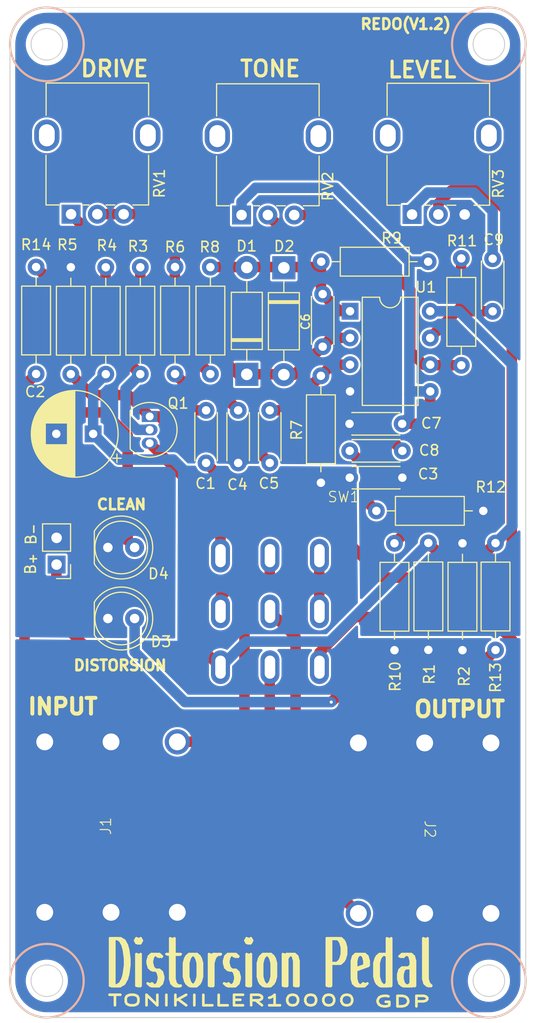
<source format=kicad_pcb>
(kicad_pcb (version 20240108) (generator "pcbnew") (generator_version "8.0")
  (layers (0 "F.Cu" signal) (31 "B.Cu" signal) (34 "B.Paste" user) (35 "F.Paste" user) (36 "B.SilkS" user "B.Silkscreen") (37 "F.SilkS" user "F.Silkscreen") (38 "B.Mask" user) (39 "F.Mask" user) (44 "Edge.Cuts" user))
  (net 0 "")
  (net 1 "GND")
  (net 2 "+9V")
  (net 3 "Net-(C1-Pad2)")
  (net 4 "CLEAN")
  (net 5 "+4.5V")
  (net 6 "Net-(C4-Pad1)")
  (net 7 "Net-(Q1-E)")
  (net 8 "Net-(U1A-+)")
  (net 9 "Net-(D1-A)")
  (net 10 "Net-(D1-K)")
  (net 11 "Net-(U1B-+)")
  (net 12 "Net-(C8-Pad2)")
  (net 13 "Net-(C8-Pad1)")
  (net 14 "Net-(C9-Pad1)")
  (net 15 "Net-(C9-Pad2)")
  (net 16 "Net-(D3-A)")
  (net 17 "Net-(Q1-B)")
  (net 18 "Net-(R8-Pad2)")
  (net 19 "Net-(U1B--)")
  (net 20 "INPUT")
  (net 21 "Net-(SW1-A-Pad3)")
  (net 22 "DISTORTED")
  (net 23 "OUTPUT")
  (net 24 "Net-(D4-A)")
  (net 25 "Net-(R14-Pad1)")
  (net 26 "/BATT")
  (footprint "Audio:FootSwitch" (layer "F.Cu") (at 164.48 86.28)
    (property "Reference" "SW1" (at 7 -10.875 0) (layer "F.SilkS") (effects (font (thickness 0.1))))
    (property "Value" "FootSwitch")
    (pad "1" thru_hole oval (at -4.7 -5.3) (size 1.8 3.2) (drill oval 1 2.2) (layers "*.Cu" "*.Mask") (net 4 "CLEAN"))
    (pad "2" thru_hole oval (at 0 -5.3) (size 1.8 3.2) (drill oval 1 2.2) (layers "*.Cu" "*.Mask") (net 20 "INPUT"))
    (pad "3" thru_hole oval (at 4.7 -5.3) (size 1.8 3.2) (drill oval 1 2.2) (layers "*.Cu" "*.Mask") (net 21 "Net-(SW1-A-Pad3)"))
    (pad "4" thru_hole oval (at -4.7 0) (size 1.8 3.2) (drill oval 1 2.2) (layers "*.Cu" "*.Mask") (net 22 "DISTORTED"))
    (pad "5" thru_hole oval (at 0 0) (size 1.8 3.2) (drill oval 1 2.2) (layers "*.Cu" "*.Mask") (net 23 "OUTPUT"))
    (pad "6" thru_hole oval (at 4.7 0) (size 1.8 3.2) (drill oval 1 2.2) (layers "*.Cu" "*.Mask") (net 21 "Net-(SW1-A-Pad3)"))
    (pad "7" thru_hole oval (at -4.7 5.3) (size 1.8 3.2) (drill oval 1 2.2) (layers "*.Cu" "*.Mask") (net 2 "+9V"))
    (pad "8" thru_hole oval (at 0 5.3) (size 1.8 3.2) (drill oval 1 2.2) (layers "*.Cu" "*.Mask") (net 26 "/BATT"))
    (pad "9" thru_hole oval (at 4.7 5.3) (size 1.8 3.2) (drill oval 1 2.2) (layers "*.Cu" "*.Mask") (net 25 "Net-(R14-Pad1)"))
  )
  (footprint "Capacitor_THT:C_Disc_D4.3mm_W1.9mm_P5.00mm" (layer "F.Cu") (at 169.49 61.12 90)
    (property "Reference" "C6" (at 2.37 -1.63 90) (layer "F.SilkS") (effects (font (size 0.8 0.8))))
    (property "Value" "51pF")
    (pad "1" thru_hole circle (at 0 0 90) (size 1.6 1.6) (drill 0.8) (layers "*.Cu" "*.Mask") (net 10 "Net-(D1-K)"))
    (pad "2" thru_hole circle (at 5 0 90) (size 1.6 1.6) (drill 0.8) (layers "*.Cu" "*.Mask") (net 9 "Net-(D1-A)"))
  )
  (footprint "Capacitor_THT:CP_Radial_D8.0mm_P3.50mm" (layer "F.Cu") (at 147.68 69.405 180)
    (property "Reference" "C2" (at 5.5 4 360) (layer "F.SilkS"))
    (property "Value" "1uF")
    (pad "1" thru_hole rect (at 0 0 180) (size 1.6 1.6) (drill 0.8) (layers "*.Cu" "*.Mask") (net 5 "+4.5V"))
    (pad "2" thru_hole circle (at 3.5 0 180) (size 1.6 1.6) (drill 0.8) (layers "*.Cu" "*.Mask") (net 1 "GND"))
  )
  (footprint "Resistor_THT:R_Axial_DIN0207_L6.3mm_D2.5mm_P10.16mm_Horizontal" (layer "F.Cu") (at 184.75 76.725 180)
    (property "Reference" "R12" (at -0.71 2.26 0) (layer "F.SilkS"))
    (property "Value" "220R")
    (pad "1" thru_hole circle (at 0 0 180) (size 1.6 1.6) (drill 0.8) (layers "*.Cu" "*.Mask") (net 1 "GND"))
    (pad "2" thru_hole oval (at 10.16 0 180) (size 1.6 1.6) (drill 0.8) (layers "*.Cu" "*.Mask") (net 13 "Net-(C8-Pad1)"))
  )
  (footprint "Resistor_THT:R_Axial_DIN0207_L6.3mm_D2.5mm_P10.16mm_Horizontal" (layer "F.Cu") (at 182.66 52.73 -90)
    (property "Reference" "R11" (at -1.66 -0.07 180) (layer "F.SilkS"))
    (property "Value" "1K")
    (pad "1" thru_hole circle (at 0 0 270) (size 1.6 1.6) (drill 0.8) (layers "*.Cu" "*.Mask") (net 15 "Net-(C9-Pad2)"))
    (pad "2" thru_hole oval (at 10.16 0 270) (size 1.6 1.6) (drill 0.8) (layers "*.Cu" "*.Mask") (net 19 "Net-(U1B--)"))
  )
  (footprint "Resistor_THT:R_Axial_DIN0207_L6.3mm_D2.5mm_P10.16mm_Horizontal" (layer "F.Cu") (at 179.53 89.935 90)
    (property "Reference" "R1" (at -2.32 0.09 90) (layer "F.SilkS"))
    (property "Value" "100K")
    (pad "1" thru_hole circle (at 0 0 90) (size 1.6 1.6) (drill 0.8) (layers "*.Cu" "*.Mask") (net 5 "+4.5V"))
    (pad "2" thru_hole oval (at 10.16 0 90) (size 1.6 1.6) (drill 0.8) (layers "*.Cu" "*.Mask") (net 2 "+9V"))
  )
  (footprint "Resistor_THT:R_Axial_DIN0207_L6.3mm_D2.5mm_P10.16mm_Horizontal" (layer "F.Cu") (at 179.51 53.04 180)
    (property "Reference" "R9" (at 3.48 2.24 0) (layer "F.SilkS"))
    (property "Value" "1K")
    (pad "1" thru_hole circle (at 0 0 180) (size 1.6 1.6) (drill 0.8) (layers "*.Cu" "*.Mask") (net 11 "Net-(U1B-+)"))
    (pad "2" thru_hole oval (at 10.16 0 180) (size 1.6 1.6) (drill 0.8) (layers "*.Cu" "*.Mask") (net 9 "Net-(D1-A)"))
  )
  (footprint "Capacitor_THT:C_Disc_D4.3mm_W1.9mm_P5.00mm" (layer "F.Cu") (at 172.06 71.02)
    (property "Reference" "C8" (at 7.55 -0.05 180) (layer "F.SilkS"))
    (property "Value" "220nF")
    (pad "1" thru_hole circle (at 0 0) (size 1.6 1.6) (drill 0.8) (layers "*.Cu" "*.Mask") (net 13 "Net-(C8-Pad1)"))
    (pad "2" thru_hole circle (at 5 0) (size 1.6 1.6) (drill 0.8) (layers "*.Cu" "*.Mask") (net 12 "Net-(C8-Pad2)"))
  )
  (footprint "Capacitor_THT:C_Disc_D4.3mm_W1.9mm_P5.00mm" (layer "F.Cu") (at 164.46 67.17 -90)
    (property "Reference" "C5" (at 6.94 0.08 0) (layer "F.SilkS"))
    (property "Value" "1uF")
    (pad "1" thru_hole circle (at 0 0 270) (size 1.6 1.6) (drill 0.8) (layers "*.Cu" "*.Mask") (net 8 "Net-(U1A-+)"))
    (pad "2" thru_hole circle (at 5 0 270) (size 1.6 1.6) (drill 0.8) (layers "*.Cu" "*.Mask") (net 7 "Net-(Q1-E)"))
  )
  (footprint "Diode_THT:D_DO-41_SOD81_P10.16mm_Horizontal" (layer "F.Cu") (at 162.28 63.75 90)
    (property "Reference" "D1" (at 12.19 -0.02 180) (layer "F.SilkS"))
    (property "Value" "D")
    (pad "1" thru_hole rect (at 0 0 90) (size 2.2 2.2) (drill 1.1) (layers "*.Cu" "*.Mask") (net 10 "Net-(D1-K)"))
    (pad "2" thru_hole oval (at 10.16 0 90) (size 2.2 2.2) (drill 1.1) (layers "*.Cu" "*.Mask") (net 9 "Net-(D1-A)"))
  )
  (footprint "Capacitor_THT:C_Disc_D4.3mm_W1.9mm_P5.00mm" (layer "F.Cu") (at 161.46 67.17 -90)
    (property "Reference" "C4" (at 7.06 0.07 360) (layer "F.SilkS"))
    (property "Value" "47nF")
    (pad "1" thru_hole circle (at 0 0 270) (size 1.6 1.6) (drill 0.8) (layers "*.Cu" "*.Mask") (net 6 "Net-(C4-Pad1)"))
    (pad "2" thru_hole circle (at 5 0 270) (size 1.6 1.6) (drill 0.8) (layers "*.Cu" "*.Mask") (net 1 "GND"))
  )
  (footprint "Resistor_THT:R_Axial_DIN0207_L6.3mm_D2.5mm_P10.16mm_Horizontal" (layer "F.Cu") (at 185.91 79.785 -90)
    (property "Reference" "R13" (at 12.78 0 90) (layer "F.SilkS"))
    (property "Value" "1K")
    (pad "1" thru_hole circle (at 0 0 270) (size 1.6 1.6) (drill 0.8) (layers "*.Cu" "*.Mask") (net 2 "+9V"))
    (pad "2" thru_hole oval (at 10.16 0 270) (size 1.6 1.6) (drill 0.8) (layers "*.Cu" "*.Mask") (net 16 "Net-(D3-A)"))
  )
  (footprint "Package_DIP:DIP-8_W7.62mm" (layer "F.Cu") (at 172.09 57.75)
    (property "Reference" "U1" (at 7.2 -2.29 0) (layer "F.SilkS"))
    (property "Value" "TL072")
    (pad "1" thru_hole rect (at 0 0) (size 1.6 1.6) (drill 0.8) (layers "*.Cu" "*.Mask") (net 9 "Net-(D1-A)"))
    (pad "2" thru_hole oval (at 0 2.54) (size 1.6 1.6) (drill 0.8) (layers "*.Cu" "*.Mask") (net 10 "Net-(D1-K)"))
    (pad "3" thru_hole oval (at 0 5.08) (size 1.6 1.6) (drill 0.8) (layers "*.Cu" "*.Mask") (net 8 "Net-(U1A-+)"))
    (pad "4" thru_hole oval (at 0 7.62) (size 1.6 1.6) (drill 0.8) (layers "*.Cu" "*.Mask") (net 1 "GND"))
    (pad "5" thru_hole oval (at 7.62 7.62) (size 1.6 1.6) (drill 0.8) (layers "*.Cu" "*.Mask") (net 11 "Net-(U1B-+)"))
    (pad "6" thru_hole oval (at 7.62 5.08) (size 1.6 1.6) (drill 0.8) (layers "*.Cu" "*.Mask") (net 19 "Net-(U1B--)"))
    (pad "7" thru_hole oval (at 7.62 2.54) (size 1.6 1.6) (drill 0.8) (layers "*.Cu" "*.Mask") (net 15 "Net-(C9-Pad2)"))
    (pad "8" thru_hole oval (at 7.62 0) (size 1.6 1.6) (drill 0.8) (layers "*.Cu" "*.Mask") (net 2 "+9V"))
  )
  (footprint "Resistor_THT:R_Axial_DIN0207_L6.3mm_D2.5mm_P10.16mm_Horizontal" (layer "F.Cu") (at 182.77 79.805 -90)
    (property "Reference" "R2" (at 12.65 -0.17 90) (layer "F.SilkS"))
    (property "Value" "100K")
    (pad "1" thru_hole circle (at 0 0 270) (size 1.6 1.6) (drill 0.8) (layers "*.Cu" "*.Mask") (net 1 "GND"))
    (pad "2" thru_hole oval (at 10.16 0 270) (size 1.6 1.6) (drill 0.8) (layers "*.Cu" "*.Mask") (net 5 "+4.5V"))
  )
  (footprint "Connector_PinHeader_2.54mm:PinHeader_1x02_P2.54mm_Vertical" (layer "F.Cu") (at 144.205 81.83 180)
    (property "Reference" "J3" (hide yes))
    (property "Value" "BATT")
    (pad "1" thru_hole rect (at 0 0 180) (size 1.7 1.7) (drill 1) (layers "*.Cu" "*.Mask") (net 26 "/BATT"))
    (pad "2" thru_hole oval (at 0 2.54 180) (size 1.7 1.7) (drill 1) (layers "*.Cu" "*.Mask") (net 1 "GND"))
  )
  (footprint "Potentiometer_THT:Potentiometer_Alpha_RD901F-40-00D_Single_Vertical" (layer "F.Cu") (at 145.58 48.53 90)
    (property "Reference" "RV1" (at 2.925 8.4 -90) (layer "F.SilkS"))
    (property "Value" "500K")
    (pad "" thru_hole oval (at 7.5 -2.3 180) (size 2.4 3) (drill oval 1.5 2.1) (layers "*.Cu" "*.Mask"))
    (pad "" thru_hole oval (at 7.5 7.3 180) (size 2.4 3) (drill oval 1.5 2.1) (layers "*.Cu" "*.Mask"))
    (pad "1" thru_hole rect (at 0 0 180) (size 1.8 1.8) (drill 1) (layers "*.Cu" "*.Mask") (net 18 "Net-(R8-Pad2)"))
    (pad "2" thru_hole circle (at 0 2.5 180) (size 1.8 1.8) (drill 1) (layers "*.Cu" "*.Mask") (net 10 "Net-(D1-K)"))
    (pad "3" thru_hole circle (at 0 5 180) (size 1.8 1.8) (drill 1) (layers "*.Cu" "*.Mask") (net 10 "Net-(D1-K)"))
  )
  (footprint "Resistor_THT:R_Axial_DIN0207_L6.3mm_D2.5mm_P10.16mm_Horizontal" (layer "F.Cu") (at 176.31 89.965 90)
    (property "Reference" "R10" (at -2.5 0.07 90) (layer "F.SilkS"))
    (property "Value" "10K")
    (pad "1" thru_hole circle (at 0 0 90) (size 1.6 1.6) (drill 0.8) (layers "*.Cu" "*.Mask") (net 5 "+4.5V"))
    (pad "2" thru_hole oval (at 10.16 0 90) (size 1.6 1.6) (drill 0.8) (layers "*.Cu" "*.Mask") (net 11 "Net-(U1B-+)"))
  )
  (footprint "Resistor_THT:R_Axial_DIN0207_L6.3mm_D2.5mm_P10.16mm_Horizontal" (layer "F.Cu") (at 155.46 53.55 -90)
    (property "Reference" "R6" (at -1.9 0 0) (layer "F.SilkS"))
    (property "Value" "1K")
    (pad "1" thru_hole circle (at 0 0 270) (size 1.6 1.6) (drill 0.8) (layers "*.Cu" "*.Mask") (net 10 "Net-(D1-K)"))
    (pad "2" thru_hole oval (at 10.16 0 270) (size 1.6 1.6) (drill 0.8) (layers "*.Cu" "*.Mask") (net 6 "Net-(C4-Pad1)"))
  )
  (footprint "Potentiometer_THT:Potentiometer_Alpha_RD901F-40-00D_Single_Vertical" (layer "F.Cu") (at 177.98 48.555 90)
    (property "Reference" "RV3" (at 2.925 8.2 -90) (layer "F.SilkS"))
    (property "Value" "100K")
    (pad "" thru_hole oval (at 7.5 -2.3 180) (size 2.4 3) (drill oval 1.5 2.1) (layers "*.Cu" "*.Mask"))
    (pad "" thru_hole oval (at 7.5 7.3 180) (size 2.4 3) (drill oval 1.5 2.1) (layers "*.Cu" "*.Mask"))
    (pad "1" thru_hole rect (at 0 0 180) (size 1.8 1.8) (drill 1) (layers "*.Cu" "*.Mask") (net 14 "Net-(C9-Pad1)"))
    (pad "2" thru_hole circle (at 0 2.5 180) (size 1.8 1.8) (drill 1) (layers "*.Cu" "*.Mask") (net 22 "DISTORTED"))
    (pad "3" thru_hole circle (at 0 5 180) (size 1.8 1.8) (drill 1) (layers "*.Cu" "*.Mask") (net 1 "GND"))
  )
  (footprint "Diode_THT:D_DO-41_SOD81_P10.16mm_Horizontal" (layer "F.Cu") (at 165.8 53.62 -90)
    (property "Reference" "D2" (at -2.04 -0.03 180) (layer "F.SilkS"))
    (property "Value" "D")
    (pad "1" thru_hole rect (at 0 0 270) (size 2.2 2.2) (drill 1.1) (layers "*.Cu" "*.Mask") (net 9 "Net-(D1-A)"))
    (pad "2" thru_hole oval (at 10.16 0 270) (size 2.2 2.2) (drill 1.1) (layers "*.Cu" "*.Mask") (net 10 "Net-(D1-K)"))
  )
  (footprint "LED_THT:LED_D5.0mm" (layer "F.Cu") (at 149.08 86.955)
    (property "Reference" "D3" (at 5.05 2.2 360) (layer "F.SilkS"))
    (property "Value" "RED")
    (pad "1" thru_hole rect (at 0 0) (size 1.8 1.8) (drill 0.9) (layers "*.Cu" "*.Mask") (net 1 "GND"))
    (pad "2" thru_hole circle (at 2.54 0) (size 1.8 1.8) (drill 0.9) (layers "*.Cu" "*.Mask") (net 16 "Net-(D3-A)"))
  )
  (footprint "LED_THT:LED_D5.0mm" (layer "F.Cu") (at 149.08 80.205)
    (property "Reference" "D4" (at 4.8 2.5 360) (layer "F.SilkS"))
    (property "Value" "GREEN")
    (pad "1" thru_hole rect (at 0 0) (size 1.8 1.8) (drill 0.9) (layers "*.Cu" "*.Mask") (net 1 "GND"))
    (pad "2" thru_hole circle (at 2.54 0) (size 1.8 1.8) (drill 0.9) (layers "*.Cu" "*.Mask") (net 24 "Net-(D4-A)"))
  )
  (footprint "Resistor_THT:R_Axial_DIN0207_L6.3mm_D2.5mm_P10.16mm_Horizontal" (layer "F.Cu") (at 158.82 53.56 -90)
    (property "Reference" "R8" (at -1.91 0.06 0) (layer "F.SilkS"))
    (property "Value" "51K")
    (pad "1" thru_hole circle (at 0 0 270) (size 1.6 1.6) (drill 0.8) (layers "*.Cu" "*.Mask") (net 9 "Net-(D1-A)"))
    (pad "2" thru_hole oval (at 10.16 0 270) (size 1.6 1.6) (drill 0.8) (layers "*.Cu" "*.Mask") (net 18 "Net-(R8-Pad2)"))
  )
  (footprint "Capacitor_THT:C_Disc_D4.3mm_W1.9mm_P5.00mm" (layer "F.Cu") (at 177.06 73.57 180)
    (property "Reference" "C3" (at -2.45 0.35 360) (layer "F.SilkS"))
    (property "Value" "100nF")
    (pad "1" thru_hole circle (at 0 0 180) (size 1.6 1.6) (drill 0.8) (layers "*.Cu" "*.Mask") (net 1 "GND"))
    (pad "2" thru_hole circle (at 5 0 180) (size 1.6 1.6) (drill 0.8) (layers "*.Cu" "*.Mask") (net 5 "+4.5V"))
  )
  (footprint "Capacitor_THT:C_Disc_D4.3mm_W1.9mm_P5.00mm" (layer "F.Cu") (at 158.41 72.17 90)
    (property "Reference" "C1" (at -1.95 -0.05 360) (layer "F.SilkS"))
    (property "Value" "20nF")
    (pad "1" thru_hole circle (at 0 0 90) (size 1.6 1.6) (drill 0.8) (layers "*.Cu" "*.Mask") (net 4 "CLEAN"))
    (pad "2" thru_hole circle (at 5 0 90) (size 1.6 1.6) (drill 0.8) (layers "*.Cu" "*.Mask") (net 3 "Net-(C1-Pad2)"))
  )
  (footprint "Capacitor_THT:C_Disc_D4.3mm_W1.9mm_P5.00mm" (layer "F.Cu") (at 185.64 52.76 -90)
    (property "Reference" "C9" (at -1.81 -0.1 180) (layer "F.SilkS"))
    (property "Value" "1uF")
    (pad "1" thru_hole circle (at 0 0 270) (size 1.6 1.6) (drill 0.8) (layers "*.Cu" "*.Mask") (net 14 "Net-(C9-Pad1)"))
    (pad "2" thru_hole circle (at 5 0 270) (size 1.6 1.6) (drill 0.8) (layers "*.Cu" "*.Mask") (net 15 "Net-(C9-Pad2)"))
  )
  (footprint "Resistor_THT:R_Axial_DIN0207_L6.3mm_D2.5mm_P10.16mm_Horizontal" (layer "F.Cu") (at 148.88 53.575 -90)
    (property "Reference" "R4" (at -2.07 -0.1 360) (layer "F.SilkS"))
    (property "Value" "510K")
    (pad "1" thru_hole circle (at 0 0 270) (size 1.6 1.6) (drill 0.8) (layers "*.Cu" "*.Mask") (net 17 "Net-(Q1-B)"))
    (pad "2" thru_hole oval (at 10.16 0 270) (size 1.6 1.6) (drill 0.8) (layers "*.Cu" "*.Mask") (net 5 "+4.5V"))
  )
  (footprint "Resistor_THT:R_Axial_DIN0207_L6.3mm_D2.5mm_P10.16mm_Horizontal" (layer "F.Cu") (at 145.56 53.57 -90)
    (property "Reference" "R5" (at -2.13 0.33 0) (layer "F.SilkS"))
    (property "Value" "10K")
    (pad "1" thru_hole circle (at 0 0 270) (size 1.6 1.6) (drill 0.8) (layers "*.Cu" "*.Mask") (net 1 "GND"))
    (pad "2" thru_hole oval (at 10.16 0 270) (size 1.6 1.6) (drill 0.8) (layers "*.Cu" "*.Mask") (net 7 "Net-(Q1-E)"))
  )
  (footprint "Resistor_THT:R_Axial_DIN0207_L6.3mm_D2.5mm_P10.16mm_Horizontal" (layer "F.Cu") (at 169.32 74.05 90)
    (property "Reference" "R7" (at 5 -2.3 -90) (layer "F.SilkS"))
    (property "Value" "10K")
    (pad "1" thru_hole circle (at 0 0 90) (size 1.6 1.6) (drill 0.8) (layers "*.Cu" "*.Mask") (net 5 "+4.5V"))
    (pad "2" thru_hole oval (at 10.16 0 90) (size 1.6 1.6) (drill 0.8) (layers "*.Cu" "*.Mask") (net 8 "Net-(U1A-+)"))
  )
  (footprint "Audio:PJ-664C" (layer "F.Cu") (at 149.38 106.68 90)
    (property "Reference" "J1" (at 0 -0.5 90) (layer "F.SilkS") (effects (font (thickness 0.1))))
    (property "Value" "INPUT")
    (pad "CGND" thru_hole circle (at -8.2 -6.3 180) (size 2.4 2.4) (drill 1.6) (layers "*.Cu" "*.Mask") (net 5 "+4.5V"))
    (pad "GND" thru_hole circle (at 8 -6.3 180) (size 2.4 2.4) (drill 1.6) (layers "*.Cu" "*.Mask") (net 5 "+4.5V"))
    (pad "L" thru_hole circle (at 8 6.3 180) (size 2.4 2.4) (drill 1.6) (layers "*.Cu" "*.Mask") (net 20 "INPUT"))
    (pad "LGND" thru_hole circle (at -8.2 6.3 180) (size 2.4 2.4) (drill 1.6) (layers "*.Cu" "*.Mask") (net 5 "+4.5V"))
    (pad "R" thru_hole circle (at 8 0 180) (size 2.4 2.4) (drill 1.6) (layers "*.Cu" "*.Mask") (net 5 "+4.5V"))
    (pad "RGND" thru_hole circle (at -8.2 0 180) (size 2.4 2.4) (drill 1.6) (layers "*.Cu" "*.Mask") (net 5 "+4.5V"))
  )
  (footprint "Resistor_THT:R_Axial_DIN0207_L6.3mm_D2.5mm_P10.16mm_Horizontal" (layer "F.Cu") (at 152.16 63.73 90)
    (property "Reference" "R3" (at 12.15 -0.22 0) (layer "F.SilkS"))
    (property "Value" "1K")
    (pad "1" thru_hole circle (at 0 0 90) (size 1.6 1.6) (drill 0.8) (layers "*.Cu" "*.Mask") (net 17 "Net-(Q1-B)"))
    (pad "2" thru_hole oval (at 10.16 0 90) (size 1.6 1.6) (drill 0.8) (layers "*.Cu" "*.Mask") (net 3 "Net-(C1-Pad2)"))
  )
  (footprint "Package_TO_SOT_THT:TO-92_Inline" (layer "F.Cu") (at 153.05 67.75 -90)
    (property "Reference" "Q1" (at -1.25 -2.7 180) (layer "F.SilkS"))
    (property "Value" "2N3904")
    (pad "1" thru_hole rect (at 0 0 270) (size 1.05 1.5) (drill 0.75) (layers "*.Cu" "*.Mask") (net 7 "Net-(Q1-E)"))
    (pad "2" thru_hole oval (at 1.27 0 270) (size 1.05 1.5) (drill 0.75) (layers "*.Cu" "*.Mask") (net 17 "Net-(Q1-B)"))
    (pad "3" thru_hole oval (at 2.54 0 270) (size 1.05 1.5) (drill 0.75) (layers "*.Cu" "*.Mask") (net 2 "+9V"))
  )
  (footprint "Potentiometer_THT:Potentiometer_Alpha_RD901F-40-00D_Single_Vertical" (layer "F.Cu") (at 161.78 48.605 90)
    (property "Reference" "RV2" (at 2.725 8.2 -90) (layer "F.SilkS"))
    (property "Value" "10K")
    (pad "" thru_hole oval (at 7.5 -2.3 180) (size 2.4 3) (drill oval 1.5 2.1) (layers "*.Cu" "*.Mask"))
    (pad "" thru_hole oval (at 7.5 7.3 180) (size 2.4 3) (drill oval 1.5 2.1) (layers "*.Cu" "*.Mask"))
    (pad "1" thru_hole rect (at 0 0 180) (size 1.8 1.8) (drill 1) (layers "*.Cu" "*.Mask") (net 11 "Net-(U1B-+)"))
    (pad "2" thru_hole circle (at 0 2.5 180) (size 1.8 1.8) (drill 1) (layers "*.Cu" "*.Mask") (net 12 "Net-(C8-Pad2)"))
    (pad "3" thru_hole circle (at 0 5 180) (size 1.8 1.8) (drill 1) (layers "*.Cu" "*.Mask") (net 19 "Net-(U1B--)"))
  )
  (footprint "Capacitor_THT:C_Disc_D4.3mm_W1.9mm_P5.00mm" (layer "F.Cu") (at 172.04 68.45)
    (property "Reference" "C7" (at 7.77 -0.05 0) (layer "F.SilkS"))
    (property "Value" "220nF")
    (pad "1" thru_hole circle (at 0 0) (size 1.6 1.6) (drill 0.8) (layers "*.Cu" "*.Mask") (net 1 "GND"))
    (pad "2" thru_hole circle (at 5 0) (size 1.6 1.6) (drill 0.8) (layers "*.Cu" "*.Mask") (net 11 "Net-(U1B-+)"))
  )
  (footprint "Resistor_THT:R_Axial_DIN0207_L6.3mm_D2.5mm_P10.16mm_Horizontal" (layer "F.Cu") (at 142.26 63.71 90)
    (property "Reference" "R14" (at 12.28 0 180) (layer "F.SilkS"))
    (property "Value" "1K")
    (pad "1" thru_hole circle (at 0 0 90) (size 1.6 1.6) (drill 0.8) (layers "*.Cu" "*.Mask") (net 25 "Net-(R14-Pad1)"))
    (pad "2" thru_hole oval (at 10.16 0 90) (size 1.6 1.6) (drill 0.8) (layers "*.Cu" "*.Mask") (net 24 "Net-(D4-A)"))
  )
  (footprint "Audio:PJ-664C" (layer "F.Cu") (at 179.18 106.98 -90)
    (property "Reference" "J2" (at 0 -0.5 -90) (layer "F.SilkS") (effects (font (thickness 0.1))))
    (property "Value" "OUTPUT")
    (pad "CGND" thru_hole circle (at -8.2 -6.3) (size 2.4 2.4) (drill 1.6) (layers "*.Cu" "*.Mask") (net 5 "+4.5V"))
    (pad "GND" thru_hole circle (at 8 -6.3) (size 2.4 2.4) (drill 1.6) (layers "*.Cu" "*.Mask") (net 5 "+4.5V"))
    (pad "L" thru_hole circle (at 8 6.3) (size 2.4 2.4) (drill 1.6) (layers "*.Cu" "*.Mask") (net 23 "OUTPUT"))
    (pad "LGND" thru_hole circle (at -8.2 6.3) (size 2.4 2.4) (drill 1.6) (layers "*.Cu" "*.Mask") (net 5 "+4.5V"))
    (pad "R" thru_hole circle (at 8 0) (size 2.4 2.4) (drill 1.6) (layers "*.Cu" "*.Mask") (net 5 "+4.5V"))
    (pad "RGND" thru_hole circle (at -8.2 0) (size 2.4 2.4) (drill 1.6) (layers "*.Cu" "*.Mask") (net 5 "+4.5V"))
  )
  (gr_circle (center 143.279999 32.379999) (end 143.279999 35.879999) (stroke (width 0.2)) (fill none) (layer "B.SilkS"))
  (gr_circle (center 185.280001 121.380001) (end 185.280001 124.880001) (stroke (width 0.2)) (fill none) (layer "B.SilkS"))
  (gr_circle (center 185.280001 32.379999) (end 185.280001 35.879999) (stroke (width 0.2)) (fill none) (layer "B.SilkS"))
  (gr_circle (center 143.279999 121.380001) (end 143.279999 124.880001) (stroke (width 0.2)) (fill none) (layer "B.SilkS"))
  (gr_circle (center 143.279999 32.379999) (end 146.779999 32.379999) (stroke (width 0.2)) (fill none) (layer "F.SilkS"))
  (gr_circle (center 143.279999 121.380001) (end 146.779999 121.380001) (stroke (width 0.2)) (fill none) (layer "F.SilkS"))
  (gr_circle (center 185.280001 121.380001) (end 188.780001 121.380001) (stroke (width 0.2)) (fill none) (layer "F.SilkS"))
  (gr_circle (center 185.280001 32.379999) (end 188.780001 32.379999) (stroke (width 0.2)) (fill none) (layer "F.SilkS"))
  (gr_circle (center 143.279999 121.380001) (end 143.279999 122.880001) (stroke (width 0.1)) (fill none) (layer "Edge.Cuts"))
  (gr_line (start 139.78 121.38) (end 139.78 32.38) (stroke (width 0.1)) (layer "Edge.Cuts"))
  (gr_line (start 185.28 124.88) (end 143.28 124.88) (stroke (width 0.1)) (layer "Edge.Cuts"))
  (gr_circle (center 185.280001 121.380001) (end 185.280001 122.880001) (stroke (width 0.1)) (fill none) (layer "Edge.Cuts"))
  (gr_arc (start 143.28 124.88) (mid 140.805126 123.854874) (end 139.78 121.38) (stroke (width 0.1)) (layer "Edge.Cuts"))
  (gr_line (start 143.28 28.88) (end 185.28 28.88) (stroke (width 0.05)) (layer "Edge.Cuts"))
  (gr_circle (center 185.280001 32.379999) (end 185.280001 33.879999) (stroke (width 0.1)) (fill none) (layer "Edge.Cuts"))
  (gr_line (start 188.78 32.38) (end 188.78 121.38) (stroke (width 0.1)) (layer "Edge.Cuts"))
  (gr_arc (start 185.28 28.88) (mid 187.754874 29.905126) (end 188.78 32.38) (stroke (width 0.1)) (layer "Edge.Cuts"))
  (gr_arc (start 188.78 121.38) (mid 187.754874 123.854874) (end 185.28 124.88) (stroke (width 0.1)) (layer "Edge.Cuts"))
  (gr_circle (center 143.279999 32.379999) (end 143.279999 33.879999) (stroke (width 0.1)) (fill none) (layer "Edge.Cuts"))
  (gr_arc (start 139.78 32.38) (mid 140.805126 29.905126) (end 143.28 28.88) (stroke (width 0.1)) (layer "Edge.Cuts"))
  (gr_text "GDP" (at 174.2 123.95 0) (layer "F.SilkS") (effects (font (size 1 1.8) (thickness 0.25) (bold yes)) (justify left bottom)))
  (gr_text "Distorsion Pedal" (at 164.38 119.83 0) (layer "F.SilkS") (effects (font (size 4.5 2.5) (thickness 0.25) (bold yes))))
  (gr_text "TONIKILLER10000 \n" (at 148.9 123.85 0) (layer "F.SilkS") (effects (font (size 1 1.8) (thickness 0.25) (bold yes)) (justify left bottom)))
  (gr_text "REDO(V1.2)" (at 172.95 31.05 0) (layer "F.SilkS") (effects (font (size 1 1) (thickness 0.25) (bold yes)) (justify left bottom)))
  (gr_text "INPUT\n" (at 141.3 96.2 0) (layer "F.SilkS") (effects (font (size 1.5 1.5) (thickness 0.375) (bold yes)) (justify left bottom)))
  (gr_text "TONE\n" (at 161.48 35.58 0) (layer "F.SilkS") (effects (font (size 1.5 1.5) (thickness 0.3) (bold yes)) (justify left bottom)))
  (gr_text "OUTPUT\n" (at 178 96.45 0) (layer "F.SilkS") (effects (font (size 1.5 1.5) (thickness 0.375) (bold yes)) (justify left bottom)))
  (gr_text "CLEAN" (at 147.9 76.7 0) (layer "F.SilkS") (effects (font (size 1 1) (thickness 0.25) (bold yes)) (justify left bottom)))
  (gr_text "Distorsion Pedal" (at 164.23 119.78 0) (layer "F.SilkS") (effects (font (size 4.5 2.5) (thickness 0.25) (bold yes))))
  (gr_text "DISTORSION" (at 145.7 92 0) (layer "F.SilkS") (effects (font (size 1 1) (thickness 0.25) (bold yes)) (justify left bottom)))
  (gr_text "Distorsion Pedal" (at 164.63 119.78 0) (layer "F.SilkS") (effects (font (size 4.5 2.5) (thickness 0.25) (bold yes))))
  (gr_text "LEVEL" (at 175.53 35.68 0) (layer "F.SilkS") (effects (font (size 1.5 1.5) (thickness 0.3) (bold yes)) (justify left bottom)))
  (gr_text "DRIVE" (at 146.33 35.58 0) (layer "F.SilkS") (effects (font (size 1.5 1.5) (thickness 0.3) (bold yes)) (justify left bottom)))
  (gr_text "B_{-}" (at 141.78 78.955 90) (layer "F.SilkS") (effects (font (size 1 1))))
  (gr_text "B_{+}" (at 141.73 81.78 90) (layer "F.SilkS") (effects (font (size 1 1))))
  (gr_text "Distorsion Pedal" (at 164.58 119.83 0) (layer "F.SilkS") (effects (font (size 4.5 2.5) (thickness 0.25) (bold yes))))
  (segment (start 144.16 69.395) (end 144.16 79.255) (width 1) (layer "F.Cu") (net 1))
  (segment (start 148.145 79.28) (end 149.06 80.195) (width 1) (layer "F.Cu") (net 1))
  (segment (start 144.185 79.28) (end 148.145 79.28) (width 1) (layer "F.Cu") (net 1))
  (segment (start 149.06 80.195) (end 149.06 86.945) (width 1) (layer "F.Cu") (net 1))
  (segment (start 184.73 76.715) (end 184.71 76.695) (width 1) (layer "F.Cu") (net 1))
  (segment (start 144.16 79.255) (end 144.185 79.28) (width 1) (layer "F.Cu") (net 1))
  (segment (start 172.04 68.45) (end 172.09 68.4) (width 1) (layer "B.Cu") (net 1))
  (segment (start 182.77 79.805) (end 182.77 78.705) (width 1) (layer "B.Cu") (net 1))
  (segment (start 172.09 68.4) (end 172.09 65.37) (width 1) (layer "B.Cu") (net 1))
  (segment (start 182.77 78.705) (end 184.75 76.725) (width 1) (layer "B.Cu") (net 1))
  (segment (start 181.315 81.57) (end 184.095 81.57) (width 1) (layer "F.Cu") (net 2))
  (segment (start 157.61 74.85) (end 157.61 89.41) (width 1) (layer "F.Cu") (net 2))
  (segment (start 153.05 70.29) (end 157.61 74.85) (width 1) (layer "F.Cu") (net 2))
  (segment (start 179.51 79.765) (end 181.315 81.57) (width 1) (layer "F.Cu") (net 2))
  (segment (start 184.095 81.57) (end 185.89 79.775) (width 1) (layer "F.Cu") (net 2))
  (segment (start 157.61 89.41) (end 159.78 91.58) (width 1) (layer "F.Cu") (net 2))
  (segment (start 162.21 89.15) (end 170.155 89.15) (width 1) (layer "B.Cu") (net 2))
  (segment (start 182.44 57.75) (end 187.51 62.82) (width 1) (layer "B.Cu") (net 2))
  (segment (start 170.155 89.15) (end 179.53 79.775) (width 1) (layer "B.Cu") (net 2))
  (segment (start 187.51 62.82) (end 187.51 78.185) (width 1) (layer "B.Cu") (net 2))
  (segment (start 187.51 78.185) (end 185.91 79.785) (width 1) (layer "B.Cu") (net 2))
  (segment (start 179.71 57.75) (end 182.44 57.75) (width 1) (layer "B.Cu") (net 2))
  (segment (start 159.78 91.58) (end 162.21 89.15) (width 1) (layer "B.Cu") (net 2))
  (segment (start 153.91 62.17) (end 152.16 60.42) (width 1) (layer "F.Cu") (net 3))
  (segment (start 156.01 67.17) (end 153.91 65.07) (width 1) (layer "F.Cu") (net 3))
  (segment (start 153.91 65.07) (end 153.91 62.17) (width 1) (layer "F.Cu") (net 3))
  (segment (start 152.16 60.42) (end 152.16 53.57) (width 1) (layer "F.Cu") (net 3))
  (segment (start 158.41 67.17) (end 156.01 67.17) (width 1) (layer "F.Cu") (net 3))
  (segment (start 159.78 73.54) (end 159.78 80.98) (width 1) (layer "F.Cu") (net 4))
  (segment (start 158.41 72.17) (end 159.78 73.54) (width 1) (layer "F.Cu") (net 4))
  (segment (start 143.06 98.67) (end 149.36 98.67) (width 1) (layer "F.Cu") (net 5))
  (segment (start 185.46 98.77) (end 172.86 98.77) (width 1) (layer "F.Cu") (net 5))
  (segment (start 179.51 89.925) (end 182.72 89.925) (width 1) (layer "F.Cu") (net 5))
  (segment (start 179.16 114.97) (end 185.46 114.97) (width 1) (layer "F.Cu") (net 5))
  (segment (start 179.16 98.77) (end 179.16 114.97) (width 1) (layer "F.Cu") (net 5))
  (segment (start 149.36 98.67) (end 149.36 114.87) (width 1) (layer "F.Cu") (net 5))
  (segment (start 182.72 89.925) (end 182.75 89.955) (width 1) (layer "F.Cu") (net 5))
  (segment (start 176.29 89.955) (end 179.48 89.955) (width 1) (layer "F.Cu") (net 5))
  (segment (start 179.48 89.955) (end 179.51 89.925) (width 1) (layer "F.Cu") (net 5))
  (segment (start 143.06 114.87) (end 155.66 114.87) (width 1) (layer "F.Cu") (net 5))
  (segment (start 171.58 74.05) (end 172.06 73.57) (width 1) (layer "B.Cu") (net 5))
  (segment (start 169.32 74.05) (end 171.58 74.05) (width 1) (layer "B.Cu") (net 5))
  (segment (start 147.68 64.935) (end 148.88 63.735) (width 1) (layer "B.Cu") (net 5))
  (segment (start 147.68 69.405) (end 147.68 64.935) (width 1) (layer "B.Cu") (net 5))
  (segment (start 147.68 69.405) (end 150.125 71.85) (width 1) (layer "B.Cu") (net 5))
  (segment (start 155.3 71.85) (end 157.5 74.05) (width 1) (layer "B.Cu") (net 5))
  (segment (start 150.125 71.85) (end 155.3 71.85) (width 1) (layer "B.Cu") (net 5))
  (segment (start 157.5 74.05) (end 169.32 74.05) (width 1) (layer "B.Cu") (net 5))
  (segment (start 159.71 65.42) (end 161.46 67.17) (width 1) (layer "F.Cu") (net 6))
  (segment (start 155.46 63.71) (end 157.17 65.42) (width 1) (layer "F.Cu") (net 6))
  (segment (start 157.17 65.42) (end 159.71 65.42) (width 1) (layer "F.Cu") (net 6))
  (segment (start 153.05 67.75) (end 151.02 65.72) (width 1) (layer "F.Cu") (net 7))
  (segment (start 155.26 69.02) (end 154.61 68.37) (width 1) (layer "F.Cu") (net 7))
  (segment (start 151.02 65.72) (end 147.55 65.72) (width 1) (layer "F.Cu") (net 7))
  (segment (start 161.31 69.02) (end 155.26 69.02) (width 1) (layer "F.Cu") (net 7))
  (segment (start 164.46 72.17) (end 161.31 69.02) (width 1) (layer "F.Cu") (net 7))
  (segment (start 147.55 65.72) (end 145.56 63.73) (width 1) (layer "F.Cu") (net 7))
  (segment (start 154.61 68.37) (end 153.99 67.75) (width 1) (layer "F.Cu") (net 7))
  (segment (start 153.99 67.75) (end 153.05 67.75) (width 1) (layer "F.Cu") (net 7))
  (segment (start 170.38 62.83) (end 172.09 62.83) (width 1) (layer "F.Cu") (net 8))
  (segment (start 169.32 63.89) (end 170.38 62.83) (width 1) (layer "F.Cu") (net 8))
  (segment (start 164.46 67.17) (end 166.04 67.17) (width 1) (layer "F.Cu") (net 8))
  (segment (start 166.04 67.17) (end 169.32 63.89) (width 1) (layer "F.Cu") (net 8))
  (segment (start 168.81 53.55) (end 158.8 53.55) (width 1) (layer "F.Cu") (net 9))
  (segment (start 171.1 57.74) (end 169.33 55.97) (width 1) (layer "F.Cu") (net 9))
  (segment (start 169.33 55.97) (end 169.33 53.03) (width 1) (layer "F.Cu") (net 9))
  (segment (start 172.07 57.74) (end 171.1 57.74) (width 1) (layer "F.Cu") (net 9))
  (segment (start 169.33 53.03) (end 168.81 53.55) (width 1) (layer "F.Cu") (net 9))
  (segment (start 169.47 61.11) (end 170.3 60.28) (width 1) (layer "F.Cu") (net 10))
  (segment (start 155.44 53.54) (end 155.44 57.725) (width 1) (layer "F.Cu") (net 10))
  (segment (start 148.06 48.52) (end 152.535 48.52) (width 1) (layer "F.Cu") (net 10))
  (segment (start 169.47 61.11) (end 166.81 63.77) (width 1) (layer "F.Cu") (net 10))
  (segment (start 155.44 51.425) (end 155.44 53.54) (width 1) (layer "F.Cu") (net 10))
  (segment (start 170.3 60.28) (end 172.07 60.28) (width 1) (layer "F.Cu") (net 10))
  (segment (start 166.81 63.77) (end 165.78 63.77) (width 1) (layer "F.Cu") (net 10))
  (segment (start 155.44 57.725) (end 161.455 63.74) (width 1) (layer "F.Cu") (net 10))
  (segment (start 161.455 63.74) (end 162.26 63.74) (width 1) (layer "F.Cu") (net 10))
  (segment (start 165.75 63.74) (end 165.78 63.77) (width 1) (layer "F.Cu") (net 10))
  (segment (start 152.535 48.52) (end 155.44 51.425) (width 1) (layer "F.Cu") (net 10))
  (segment (start 162.26 63.74) (end 165.75 63.74) (width 1) (layer "F.Cu") (net 10))
  (segment (start 179.69 68.39) (end 179.69 65.36) (width 1) (layer "F.Cu") (net 11))
  (segment (start 177.02 68.44) (end 179.64 68.44) (width 1) (layer "F.Cu") (net 11))
  (segment (start 179.71 76.405) (end 179.71 65.37) (width 1) (layer "F.Cu") (net 11))
  (segment (start 179.64 68.44) (end 179.69 68.39) (width 1) (layer "F.Cu") (net 11))
  (segment (start 176.31 79.805) (end 179.71 76.405) (width 1) (layer "F.Cu") (net 11))
  (segment (start 177.73 53.04) (end 177.73 65.67) (width 1) (layer "B.Cu") (net 11))
  (segment (start 179.51 53.04) (end 177.73 53.04) (width 1) (layer "B.Cu") (net 11))
  (segment (start 177.73 65.67) (end 178.03 65.37) (width 1) (layer "B.Cu") (net 11))
  (segment (start 170.71 46.02) (end 163.11 46.02) (width 1) (layer "B.Cu") (net 11))
  (segment (start 177.73 53.04) (end 170.71 46.02) (width 1) (layer "B.Cu") (net 11))
  (segment (start 177.73 65.67) (end 177.73 67.76) (width 1) (layer "B.Cu") (net 11))
  (segment (start 161.78 47.35) (end 161.78 48.605) (width 1) (layer "B.Cu") (net 11))
  (segment (start 178.03 65.37) (end 179.71 65.37) (width 1) (layer "B.Cu") (net 11))
  (segment (start 163.11 46.02) (end 161.78 47.35) (width 1) (layer "B.Cu") (net 11))
  (segment (start 177.73 67.76) (end 177.04 68.45) (width 1) (layer "B.Cu") (net 11))
  (segment (start 166.345 50.67) (end 164.28 48.605) (width 1) (layer "F.Cu") (net 12))
  (segment (start 175.46 55.92) (end 170.21 50.67) (width 1) (layer "F.Cu") (net 12))
  (segment (start 177.06 71.02) (end 175.46 69.42) (width 1) (layer "F.Cu") (net 12))
  (segment (start 175.46 69.42) (end 175.46 55.92) (width 1) (layer "F.Cu") (net 12))
  (segment (start 170.21 50.67) (end 166.345 50.67) (width 1) (layer "F.Cu") (net 12))
  (segment (start 174.57 76.715) (end 174.555 76.715) (width 1) (layer "F.Cu") (net 13))
  (segment (start 174.555 76.715) (end 173.71 75.87) (width 1) (layer "F.Cu") (net 13))
  (segment (start 173.71 72.67) (end 172.06 71.02) (width 1) (layer "F.Cu") (net 13))
  (segment (start 173.71 75.87) (end 173.71 72.67) (width 1) (layer "F.Cu") (net 13))
  (segment (start 177.98 48.555) (end 177.98 47.95) (width 1) (layer "B.Cu") (net 14))
  (segment (start 183.86 46.47) (end 185.64 48.25) (width 1) (layer "B.Cu") (net 14))
  (segment (start 185.64 48.25) (end 185.64 52.76) (width 1) (layer "B.Cu") (net 14))
  (segment (start 177.98 47.95) (end 179.46 46.47) (width 1) (layer "B.Cu") (net 14))
  (segment (start 179.46 46.47) (end 183.86 46.47) (width 1) (layer "B.Cu") (net 14))
  (segment (start 181.1675 58.8025) (end 179.69 60.28) (width 1) (layer "F.Cu") (net 15))
  (segment (start 182.64 52.72) (end 182.64 57.33) (width 1) (layer "F.Cu") (net 15))
  (segment (start 185.62 57.75) (end 182.22 57.75) (width 1) (layer "F.Cu") (net 15))
  (segment (start 182.22 57.75) (end 181.1675 58.8025) (width 1) (layer "F.Cu") (net 15))
  (segment (start 182.64 57.33) (end 181.1675 58.8025) (width 1) (layer "F.Cu") (net 15))
  (segment (start 183.855 92) (end 185.91 89.945) (width 1) (layer "F.Cu") (net 16))
  (segment (start 170.3 94.9) (end 173.2 92) (width 1) (layer "F.Cu") (net 16))
  (segment (start 173.2 92) (end 183.855 92) (width 1) (layer "F.Cu") (net 16))
  (via (at 170.3 94.9) (size 0.6) (drill 0.3) (layers "F.Cu" "B.Cu") (net 16))
  (segment (start 170.3 94.9) (end 156.4 94.9) (width 1) (layer "B.Cu") (net 16))
  (segment (start 151.62 90.12) (end 151.62 86.955) (width 1) (layer "B.Cu") (net 16))
  (segment (start 156.4 94.9) (end 151.62 90.12) (width 1) (layer "B.Cu") (net 16))
  (segment (start 148.86 53.565) (end 148.86 60.44) (width 1) (layer "F.Cu") (net 17))
  (segment (start 148.86 60.44) (end 152.14 63.72) (width 1) (layer "F.Cu") (net 17))
  (segment (start 153.05 69.02) (end 151.86 69.02) (width 1) (layer "B.Cu") (net 17))
  (segment (start 150.76 67.92) (end 150.76 65.13) (width 1) (layer "B.Cu") (net 17))
  (segment (start 150.76 65.13) (end 152.16 63.73) (width 1) (layer "B.Cu") (net 17))
  (segment (start 151.86 69.02) (end 150.76 67.92) (width 1) (layer "B.Cu") (net 17))
  (segment (start 152.06 50.745) (end 147.785 50.745) (width 1) (layer "F.Cu") (net 18))
  (segment (start 153.81 52.495) (end 152.06 50.745) (width 1) (layer "F.Cu") (net 18))
  (segment (start 153.81 58.72) (end 153.81 52.495) (width 1) (layer "F.Cu") (net 18))
  (segment (start 147.785 50.745) (end 145.56 48.52) (width 1) (layer "F.Cu") (net 18))
  (segment (start 158.8 63.71) (end 153.81 58.72) (width 1) (layer "F.Cu") (net 18))
  (segment (start 170.695 48.605) (end 177.81 55.72) (width 1) (layer "F.Cu") (net 19))
  (segment (start 182.64 62.88) (end 179.75 62.88) (width 1) (layer "F.Cu") (net 19))
  (segment (start 166.78 48.605) (end 170.695 48.605) (width 1) (layer "F.Cu") (net 19))
  (segment (start 179.07 62.83) (end 179.71 62.83) (width 1) (layer "F.Cu") (net 19))
  (segment (start 177.81 61.57) (end 179.07 62.83) (width 1) (layer "F.Cu") (net 19))
  (segment (start 177.81 55.72) (end 177.81 61.57) (width 1) (layer "F.Cu") (net 19))
  (segment (start 179.75 62.88) (end 179.69 62.82) (width 1) (layer "F.Cu") (net 19))
  (segment (start 164.46 82.87) (end 162.06 85.27) (width 1) (layer "F.Cu") (net 20))
  (segment (start 164.46 80.97) (end 164.46 82.87) (width 1) (layer "F.Cu") (net 20))
  (segment (start 159.285 98.67) (end 155.66 98.67) (width 1) (layer "F.Cu") (net 20))
  (segment (start 162.06 85.27) (end 162.06 95.895) (width 1) (layer "F.Cu") (net 20))
  (segment (start 162.06 95.895) (end 159.285 98.67) (width 1) (layer "F.Cu") (net 20))
  (segment (start 169.16 80.97) (end 169.16 86.27) (width 1) (layer "F.Cu") (net 21))
  (segment (start 162.16 79.17) (end 163.36 77.97) (width 1) (layer "F.Cu") (net 22))
  (segment (start 185.01 46.27) (end 181.71 46.27) (width 1) (layer "F.Cu") (net 22))
  (segment (start 159.78 86.28) (end 159.78 84.9) (width 1) (layer "F.Cu") (net 22))
  (segment (start 185.36 83.07) (end 187.46 80.97) (width 1) (layer "F.Cu") (net 22))
  (segment (start 162.16 82.52) (end 162.16 79.17) (width 1) (layer "F.Cu") (net 22))
  (segment (start 175.26 83.07) (end 185.36 83.07) (width 1) (layer "F.Cu") (net 22))
  (segment (start 187.46 48.72) (end 185.01 46.27) (width 1) (layer "F.Cu") (net 22))
  (segment (start 181.71 46.27) (end 180.48 47.5) (width 1) (layer "F.Cu") (net 22))
  (segment (start 163.36 77.97) (end 170.16 77.97) (width 1) (layer "F.Cu") (net 22))
  (segment (start 170.16 77.97) (end 175.26 83.07) (width 1) (layer "F.Cu") (net 22))
  (segment (start 159.78 84.9) (end 162.16 82.52) (width 1) (layer "F.Cu") (net 22))
  (segment (start 180.48 47.5) (end 180.48 48.555) (width 1) (layer "F.Cu") (net 22))
  (segment (start 187.46 80.97) (end 187.46 48.72) (width 1) (layer "F.Cu") (net 22))
  (segment (start 164.46 86.27) (end 166.91 88.72) (width 1) (layer "F.Cu") (net 23))
  (segment (start 166.91 109.02) (end 172.86 114.97) (width 1) (layer "F.Cu") (net 23))
  (segment (start 166.91 88.72) (end 166.91 109.02) (width 1) (layer "F.Cu") (net 23))
  (segment (start 145.31 67.37) (end 148.76 67.37) (width 1) (layer "F.Cu") (net 24))
  (segment (start 143.96 66.02) (end 145.31 67.37) (width 1) (layer "F.Cu") (net 24))
  (segment (start 143.96 55.25) (end 143.96 66.02) (width 1) (layer "F.Cu") (net 24))
  (segment (start 142.26 53.55) (end 143.96 55.25) (width 1) (layer "F.Cu") (net 24))
  (segment (start 150.96 69.57) (end 150.96 79.545) (width 1) (layer "F.Cu") (net 24))
  (segment (start 148.76 67.37) (end 150.96 69.57) (width 1) (layer "F.Cu") (net 24))
  (segment (start 150.96 79.545) (end 151.62 80.205) (width 1) (layer "F.Cu") (net 24))
  (segment (start 142.11 117.02) (end 186.46 117.02) (width 1) (layer "F.Cu") (net 25))
  (segment (start 142.26 63.71) (end 141.16 64.81) (width 1) (layer "F.Cu") (net 25))
  (segment (start 186.46 117.02) (end 187.51 115.97) (width 1) (layer "F.Cu") (net 25))
  (segment (start 187.51 89.02) (end 185.31 86.82) (width 1) (layer "F.Cu") (net 25))
  (segment (start 185.31 86.82) (end 172.56 86.82) (width 1) (layer "F.Cu") (net 25))
  (segment (start 141.16 116.07) (end 142.11 117.02) (width 1) (layer "F.Cu") (net 25))
  (segment (start 172.56 86.82) (end 169.18 90.2) (width 1) (layer "F.Cu") (net 25))
  (segment (start 187.51 115.97) (end 187.51 89.02) (width 1) (layer "F.Cu") (net 25))
  (segment (start 169.18 90.2) (end 169.18 91.58) (width 1) (layer "F.Cu") (net 25))
  (segment (start 141.16 64.81) (end 141.16 116.07) (width 1) (layer "F.Cu") (net 25))
  (segment (start 164.46 91.57) (end 164.46 96.945) (width 1) (layer "F.Cu") (net 26))
  (segment (start 152.06 99.245) (end 152.06 94.745) (width 1) (layer "F.Cu") (net 26))
  (segment (start 160.26 101.145) (end 153.96 101.145) (width 1) (layer "F.Cu") (net 26))
  (segment (start 152.06 94.745) (end 144.185 86.87) (width 1) (layer "F.Cu") (net 26))
  (segment (start 144.185 86.87) (end 144.185 81.82) (width 1) (layer "F.Cu") (net 26))
  (segment (start 164.46 96.945) (end 160.26 101.145) (width 1) (layer "F.Cu") (net 26))
  (segment (start 153.96 101.145) (end 152.06 99.245) (width 1) (layer "F.Cu") (net 26))
  (zone (net 1) (net_name "GND") (layer "B.Cu") (priority 1) (connect_pads yes (clearance 0.2)) (min_thickness 0.25) (fill yes (thermal_gap 0.5) (thermal_bridge_width 0.5))
    (polygon (pts (xy 189.71 28.27) (xy 189.31 88.82) (xy 172.86 88.82) (xy 172.71 72.52) (xy 155.735 72.42) (xy 155.685 89.07) (xy 139.335 88.92) (xy 139.21 28.17)))
  )
  (zone (net 5) (net_name "+4.5V") (layer "B.Cu") (priority 1) (connect_pads yes (clearance 0.2)) (min_thickness 0.25) (fill yes (thermal_gap 0.5) (thermal_bridge_width 0.5))
    (polygon (pts (xy 155.735 72.42) (xy 172.71 72.52) (xy 172.86 88.82) (xy 189.31 88.82) (xy 189.25 93) (xy 189.759118 125.425773) (xy 138.859118 125.125773) (xy 139.335 88.92) (xy 155.685 89.07)))
  )
)
</source>
